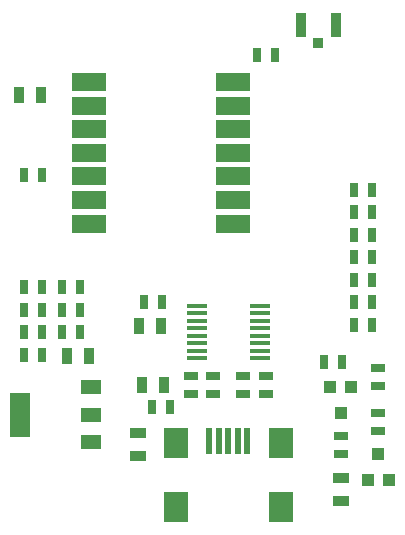
<source format=gtp>
G04 (created by PCBNEW (2013-may-18)-stable) date Fri 12 Dec 2014 10:12:50 AM CET*
%MOIN*%
G04 Gerber Fmt 3.4, Leading zero omitted, Abs format*
%FSLAX34Y34*%
G01*
G70*
G90*
G04 APERTURE LIST*
%ADD10C,0.00590551*%
%ADD11R,0.11811X0.0590551*%
%ADD12R,0.065X0.016*%
%ADD13R,0.0433071X0.0433071*%
%ADD14R,0.045X0.025*%
%ADD15R,0.025X0.045*%
%ADD16R,0.0197X0.0906*%
%ADD17R,0.0787X0.0984*%
%ADD18R,0.035X0.055*%
%ADD19R,0.055X0.035*%
%ADD20R,0.0709X0.0512*%
%ADD21R,0.0709X0.1496*%
%ADD22R,0.0374016X0.0826772*%
%ADD23R,0.0354331X0.0374016*%
G04 APERTURE END LIST*
G54D10*
G54D11*
X30651Y-29887D03*
X30651Y-29100D03*
X30651Y-28312D03*
X30651Y-27525D03*
X30651Y-26738D03*
X30651Y-25950D03*
X25848Y-25163D03*
X25848Y-25950D03*
X25848Y-26738D03*
X25848Y-27525D03*
X25848Y-28312D03*
X25848Y-29100D03*
X25848Y-29887D03*
X30650Y-25150D03*
G54D12*
X31550Y-33625D03*
X31550Y-33375D03*
X31550Y-33125D03*
X31550Y-32875D03*
X29450Y-34375D03*
X31550Y-34375D03*
X31550Y-34125D03*
X31550Y-33875D03*
X29450Y-32625D03*
X29450Y-32875D03*
X29450Y-33125D03*
X29450Y-33375D03*
X29450Y-33625D03*
X29450Y-33875D03*
X31550Y-32625D03*
X29450Y-34125D03*
G54D13*
X35850Y-38433D03*
X35150Y-38433D03*
X35500Y-37566D03*
X33900Y-35316D03*
X34600Y-35316D03*
X34250Y-36183D03*
G54D14*
X29250Y-35550D03*
X29250Y-34950D03*
G54D15*
X25550Y-32000D03*
X24950Y-32000D03*
X25550Y-32750D03*
X24950Y-32750D03*
X25550Y-33500D03*
X24950Y-33500D03*
X23700Y-34250D03*
X24300Y-34250D03*
G54D14*
X31000Y-35550D03*
X31000Y-34950D03*
X30000Y-35550D03*
X30000Y-34950D03*
X31750Y-35550D03*
X31750Y-34950D03*
G54D15*
X28300Y-32500D03*
X27700Y-32500D03*
X28550Y-36000D03*
X27950Y-36000D03*
G54D14*
X35500Y-36800D03*
X35500Y-36200D03*
X34250Y-36950D03*
X34250Y-37550D03*
G54D15*
X33700Y-34500D03*
X34300Y-34500D03*
X23700Y-33500D03*
X24300Y-33500D03*
X23700Y-32750D03*
X24300Y-32750D03*
X23700Y-32000D03*
X24300Y-32000D03*
X34700Y-31750D03*
X35300Y-31750D03*
X34700Y-33250D03*
X35300Y-33250D03*
X34700Y-32500D03*
X35300Y-32500D03*
X34700Y-31000D03*
X35300Y-31000D03*
X34700Y-30250D03*
X35300Y-30250D03*
X34700Y-29500D03*
X35300Y-29500D03*
X24300Y-28250D03*
X23700Y-28250D03*
G54D16*
X29870Y-37142D03*
X30185Y-37142D03*
X30500Y-37142D03*
X30815Y-37142D03*
X31130Y-37142D03*
G54D17*
X28748Y-37181D03*
X28748Y-39346D03*
X32252Y-37181D03*
X32252Y-39346D03*
G54D15*
X35300Y-28750D03*
X34700Y-28750D03*
G54D18*
X28275Y-33300D03*
X27525Y-33300D03*
X24275Y-25600D03*
X23525Y-25600D03*
G54D19*
X27500Y-36875D03*
X27500Y-37625D03*
G54D18*
X25875Y-34300D03*
X25125Y-34300D03*
G54D19*
X34250Y-38375D03*
X34250Y-39125D03*
G54D20*
X25931Y-37156D03*
X25931Y-36250D03*
X25931Y-35344D03*
G54D21*
X23569Y-36250D03*
G54D15*
X31450Y-24250D03*
X32050Y-24250D03*
G54D14*
X35500Y-34700D03*
X35500Y-35300D03*
G54D22*
X32919Y-23250D03*
X34080Y-23250D03*
G54D23*
X33500Y-23850D03*
G54D18*
X28375Y-35250D03*
X27625Y-35250D03*
M02*

</source>
